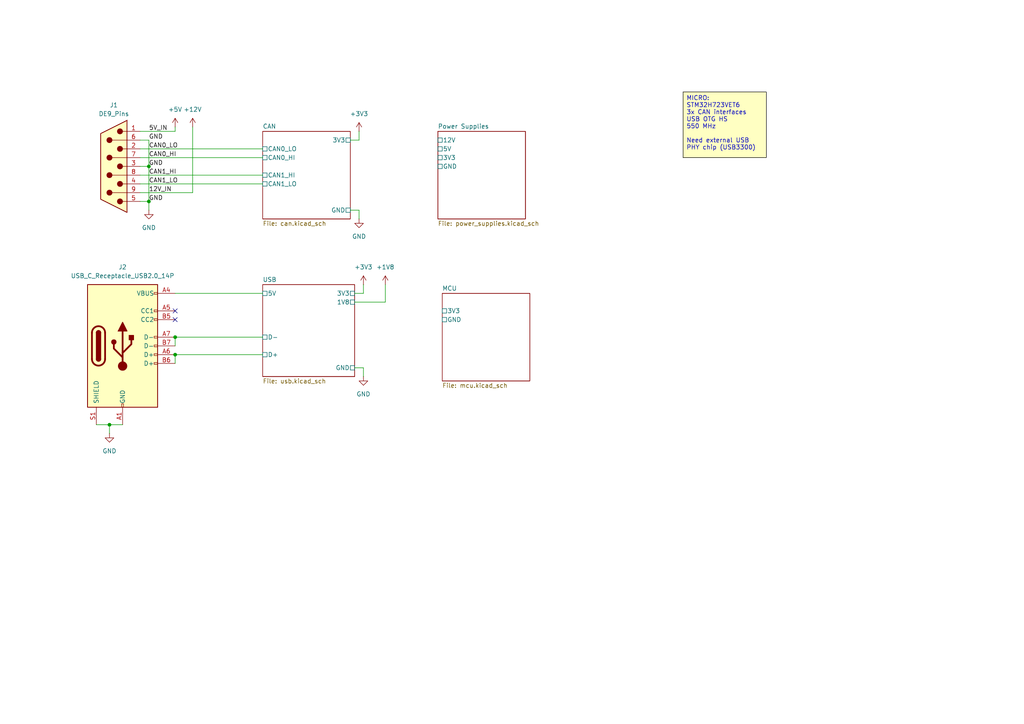
<source format=kicad_sch>
(kicad_sch (version 20250114) (generator "eeschema") (generator_version "9.0")
  (paper "A4")
  (lib_symbols
    (symbol "Connector:DE9_Pins" (pin_names (offset 1.016) (hide yes))
      (property "Reference" "J" (at 0 13.97 0))
      (property "Value" "DE9_Pins" (at 0 -14.605 0))
      (symbol "DE9_Pins_0_1"
        (polyline (pts (xy -3.81 10.16) (xy -2.54 10.16)))
        (polyline (pts (xy -3.81 7.62) (xy 0.508 7.62)))
        (polyline (pts (xy -3.81 5.08) (xy -2.54 5.08)))
        (polyline (pts (xy -3.81 2.54) (xy 0.508 2.54)))
        (polyline (pts (xy -3.81 0) (xy -2.54 0)))
        (polyline (pts (xy -3.81 -2.54) (xy 0.508 -2.54)))
        (polyline (pts (xy -3.81 -5.08) (xy -2.54 -5.08)))
        (polyline (pts (xy -3.81 -7.62) (xy 0.508 -7.62)))
        (polyline (pts (xy -3.81 -10.16) (xy -2.54 -10.16)))
        (polyline (pts (xy -3.81 -13.335) (xy -3.81 13.335) (xy 3.81 9.525) (xy 3.81 -9.525) (xy -3.81 -13.335)) (stroke (width 0.254)) (fill (type background)))
        (circle (center -1.778 10.16) (radius 0.762) (fill (type outline)))
        (circle (center -1.778 5.08) (radius 0.762) (fill (type outline)))
        (circle (center -1.778 0) (radius 0.762) (fill (type outline)))
        (circle (center -1.778 -5.08) (radius 0.762) (fill (type outline)))
        (circle (center -1.778 -10.16) (radius 0.762) (fill (type outline)))
        (circle (center 1.27 7.62) (radius 0.762) (fill (type outline)))
        (circle (center 1.27 2.54) (radius 0.762) (fill (type outline)))
        (circle (center 1.27 -2.54) (radius 0.762) (fill (type outline)))
        (circle (center 1.27 -7.62) (radius 0.762) (fill (type outline)))
      )
      (symbol "DE9_Pins_1_1"
        (pin passive line (at -7.62 10.16 0) (length 3.81) (name "5") (number "5"))
        (pin passive line (at -7.62 7.62 0) (length 3.81) (name "9") (number "9"))
        (pin passive line (at -7.62 5.08 0) (length 3.81) (name "4") (number "4"))
        (pin passive line (at -7.62 2.54 0) (length 3.81) (name "8") (number "8"))
        (pin passive line (at -7.62 0 0) (length 3.81) (name "3") (number "3"))
        (pin passive line (at -7.62 -2.54 0) (length 3.81) (name "7") (number "7"))
        (pin passive line (at -7.62 -5.08 0) (length 3.81) (name "2") (number "2"))
        (pin passive line (at -7.62 -7.62 0) (length 3.81) (name "6") (number "6"))
        (pin passive line (at -7.62 -10.16 0) (length 3.81) (name "1") (number "1"))
      )
    )
    (symbol "Connector:USB_C_Receptacle_USB2.0_14P" (pin_names (offset 1.016))
      (property "Reference" "J" (at 0 22.225 0))
      (property "Value" "USB_C_Receptacle_USB2.0_14P" (at 0 19.685 0))
      (symbol "USB_C_Receptacle_USB2.0_14P_0_0"
        (rectangle (start -0.254 -17.78) (end 0.254 -16.764))
        (rectangle (start 10.16 15.494) (end 9.144 14.986))
        (rectangle (start 10.16 10.414) (end 9.144 9.906))
        (rectangle (start 10.16 7.874) (end 9.144 7.366))
        (rectangle (start 10.16 2.794) (end 9.144 2.286))
        (rectangle (start 10.16 0.254) (end 9.144 -0.254))
        (rectangle (start 10.16 -2.286) (end 9.144 -2.794))
        (rectangle (start 10.16 -4.826) (end 9.144 -5.334))
      )
      (symbol "USB_C_Receptacle_USB2.0_14P_0_1"
        (rectangle (start -10.16 17.78) (end 10.16 -17.78) (stroke (width 0.254)) (fill (type background)))
        (polyline (pts (xy -8.89 -3.81) (xy -8.89 3.81)) (stroke (width 0.508)))
        (rectangle (start -7.62 -3.81) (end -6.35 3.81) (stroke (width 0.254)) (fill (type outline)))
        (arc (start -7.62 3.81) (mid -6.985 4.4423) (end -6.35 3.81) (stroke (width 0.254)))
        (arc (start -7.62 3.81) (mid -6.985 4.4423) (end -6.35 3.81) (stroke (width 0.254)) (fill (type outline)))
        (arc (start -8.89 3.81) (mid -6.985 5.7067) (end -5.08 3.81) (stroke (width 0.508)))
        (arc (start -5.08 -3.81) (mid -6.985 -5.7067) (end -8.89 -3.81) (stroke (width 0.508)))
        (arc (start -6.35 -3.81) (mid -6.985 -4.4423) (end -7.62 -3.81) (stroke (width 0.254)))
        (arc (start -6.35 -3.81) (mid -6.985 -4.4423) (end -7.62 -3.81) (stroke (width 0.254)) (fill (type outline)))
        (polyline (pts (xy -5.08 3.81) (xy -5.08 -3.81)) (stroke (width 0.508)))
        (circle (center -2.54 1.143) (radius 0.635) (stroke (width 0.254)) (fill (type outline)))
        (polyline (pts (xy -1.27 4.318) (xy 0 6.858) (xy 1.27 4.318) (xy -1.27 4.318)) (stroke (width 0.254)) (fill (type outline)))
        (polyline (pts (xy 0 -2.032) (xy 2.54 0.508) (xy 2.54 1.778)) (stroke (width 0.508)))
        (polyline (pts (xy 0 -3.302) (xy -2.54 -0.762) (xy -2.54 0.508)) (stroke (width 0.508)))
        (polyline (pts (xy 0 -5.842) (xy 0 4.318)) (stroke (width 0.508)))
        (circle (center 0 -5.842) (radius 1.27) (fill (type outline)))
        (rectangle (start 1.905 1.778) (end 3.175 3.048) (stroke (width 0.254)) (fill (type outline)))
      )
      (symbol "USB_C_Receptacle_USB2.0_14P_1_1"
        (pin passive line (at -7.62 -22.86 90) (length 5.08) (name "SHIELD") (number "S1"))
        (pin passive line (at 0 -22.86 90) (length 5.08) (name "GND") (number "A1"))
        (pin passive line (at 0 -22.86 90) (length 5.08) (hide yes) (name "GND") (number "A12"))
        (pin passive line (at 0 -22.86 90) (length 5.08) (hide yes) (name "GND") (number "B1"))
        (pin passive line (at 0 -22.86 90) (length 5.08) (hide yes) (name "GND") (number "B12"))
        (pin passive line (at 15.24 15.24 180) (length 5.08) (name "VBUS") (number "A4"))
        (pin passive line (at 15.24 15.24 180) (length 5.08) (hide yes) (name "VBUS") (number "A9"))
        (pin passive line (at 15.24 15.24 180) (length 5.08) (hide yes) (name "VBUS") (number "B4"))
        (pin passive line (at 15.24 15.24 180) (length 5.08) (hide yes) (name "VBUS") (number "B9"))
        (pin bidirectional line (at 15.24 10.16 180) (length 5.08) (name "CC1") (number "A5"))
        (pin bidirectional line (at 15.24 7.62 180) (length 5.08) (name "CC2") (number "B5"))
        (pin bidirectional line (at 15.24 2.54 180) (length 5.08) (name "D-") (number "A7"))
        (pin bidirectional line (at 15.24 0 180) (length 5.08) (name "D-") (number "B7"))
        (pin bidirectional line (at 15.24 -2.54 180) (length 5.08) (name "D+") (number "A6"))
        (pin bidirectional line (at 15.24 -5.08 180) (length 5.08) (name "D+") (number "B6"))
      )
    )
    (symbol "power:+12V" (power) (pin_numbers (hide yes)) (pin_names (offset 0) (hide yes))
      (property "Value" "+12V" (at 0 3.556 0))
      (symbol "+12V_0_1"
        (polyline (pts (xy -0.762 1.27) (xy 0 2.54)))
        (polyline (pts (xy 0 2.54) (xy 0.762 1.27)))
        (polyline (pts (xy 0 0) (xy 0 2.54)))
      )
      (symbol "+12V_1_1"
        (pin power_in line (at 0 0 90) (length 0) (name "~") (number "1"))
      )
    )
    (symbol "power:+1V8" (power) (pin_numbers (hide yes)) (pin_names (offset 0) (hide yes))
      (property "Value" "+1V8" (at 0 3.556 0))
      (symbol "+1V8_0_1"
        (polyline (pts (xy -0.762 1.27) (xy 0 2.54)))
        (polyline (pts (xy 0 2.54) (xy 0.762 1.27)))
        (polyline (pts (xy 0 0) (xy 0 2.54)))
      )
      (symbol "+1V8_1_1"
        (pin power_in line (at 0 0 90) (length 0) (name "~") (number "1"))
      )
    )
    (symbol "power:+3V3" (power) (pin_numbers (hide yes)) (pin_names (offset 0) (hide yes))
      (property "Value" "+3V3" (at 0 3.556 0))
      (symbol "+3V3_0_1"
        (polyline (pts (xy -0.762 1.27) (xy 0 2.54)))
        (polyline (pts (xy 0 2.54) (xy 0.762 1.27)))
        (polyline (pts (xy 0 0) (xy 0 2.54)))
      )
      (symbol "+3V3_1_1"
        (pin power_in line (at 0 0 90) (length 0) (name "~") (number "1"))
      )
    )
    (symbol "power:+5V" (power) (pin_numbers (hide yes)) (pin_names (offset 0) (hide yes))
      (property "Value" "+5V" (at 0 3.556 0))
      (symbol "+5V_0_1"
        (polyline (pts (xy -0.762 1.27) (xy 0 2.54)))
        (polyline (pts (xy 0 2.54) (xy 0.762 1.27)))
        (polyline (pts (xy 0 0) (xy 0 2.54)))
      )
      (symbol "+5V_1_1"
        (pin power_in line (at 0 0 90) (length 0) (name "~") (number "1"))
      )
    )
    (symbol "power:GND" (power) (pin_numbers (hide yes)) (pin_names (offset 0) (hide yes))
      (property "Value" "GND" (at 0 -3.81 0))
      (symbol "GND_0_1"
        (polyline (pts (xy 0 0) (xy 0 -1.27) (xy 1.27 -1.27) (xy 0 -2.54) (xy -1.27 -1.27) (xy 0 -1.27)))
      )
      (symbol "GND_1_1"
        (pin power_in line (at 0 0 270) (length 0) (name "~") (number "1"))
      )
    )
  )
  (text_box "MICRO:\nSTM32H723VET6\n3x CAN interfaces\nUSB OTG HS\n550 MHz\n\nNeed external USB PHY chip (USB3300)" (at 198.12 26.67 0) (size 24.13 19.05) (margins 0.9525 0.9525 0.9525 0.9525) (stroke (width 0) (color 0 0 0 1)) (fill (type color) (color 255 255 194 1)) (effects (font (size 1.27 1.27)) (justify left top)))
  (junction (at 43.18 48.26))
  (junction (at 50.8 97.79))
  (junction (at 31.75 123.19))
  (junction (at 43.18 58.42))
  (junction (at 50.8 102.87))
  (no_connect (at 50.8 92.71))
  (no_connect (at 50.8 90.17))
  (wire (pts (xy 50.8 102.87) (xy 76.2 102.87)))
  (wire (pts (xy 111.76 87.63) (xy 111.76 82.55)))
  (wire (pts (xy 40.64 43.18) (xy 76.2 43.18)))
  (wire (pts (xy 40.64 45.72) (xy 76.2 45.72)))
  (wire (pts (xy 105.41 106.68) (xy 102.87 106.68)))
  (wire (pts (xy 40.64 50.8) (xy 76.2 50.8)))
  (wire (pts (xy 55.88 55.88) (xy 55.88 36.83)))
  (wire (pts (xy 50.8 102.87) (xy 50.8 105.41)))
  (wire (pts (xy 105.41 82.55) (xy 105.41 85.09)))
  (wire (pts (xy 43.18 48.26) (xy 43.18 58.42)))
  (wire (pts (xy 104.14 40.64) (xy 104.14 38.1)))
  (wire (pts (xy 111.76 87.63) (xy 102.87 87.63)))
  (wire (pts (xy 43.18 40.64) (xy 43.18 48.26)))
  (wire (pts (xy 40.64 55.88) (xy 55.88 55.88)))
  (wire (pts (xy 101.6 60.96) (xy 104.14 60.96)))
  (wire (pts (xy 40.64 53.34) (xy 76.2 53.34)))
  (wire (pts (xy 105.41 109.22) (xy 105.41 106.68)))
  (wire (pts (xy 40.64 40.64) (xy 43.18 40.64)))
  (wire (pts (xy 104.14 60.96) (xy 104.14 63.5)))
  (wire (pts (xy 50.8 97.79) (xy 50.8 100.33)))
  (wire (pts (xy 50.8 97.79) (xy 76.2 97.79)))
  (wire (pts (xy 40.64 58.42) (xy 43.18 58.42)))
  (wire (pts (xy 40.64 48.26) (xy 43.18 48.26)))
  (wire (pts (xy 43.18 60.96) (xy 43.18 58.42)))
  (wire (pts (xy 31.75 123.19) (xy 35.56 123.19)))
  (wire (pts (xy 27.94 123.19) (xy 31.75 123.19)))
  (wire (pts (xy 40.64 38.1) (xy 50.8 38.1)))
  (wire (pts (xy 50.8 85.09) (xy 76.2 85.09)))
  (wire (pts (xy 50.8 36.83) (xy 50.8 38.1)))
  (wire (pts (xy 31.75 123.19) (xy 31.75 125.73)))
  (wire (pts (xy 105.41 85.09) (xy 102.87 85.09)))
  (wire (pts (xy 101.6 40.64) (xy 104.14 40.64)))
  (label "12V_IN" (at 43.18 55.88 0))
  (label "CAN0_LO" (at 43.18 43.18 0))
  (label "CAN1_HI" (at 43.18 50.8 0))
  (label "5V_IN" (at 43.18 38.1 0))
  (label "GND" (at 43.18 48.26 0))
  (label "GND" (at 43.18 58.42 0))
  (label "CAN0_HI" (at 43.18 45.72 0))
  (label "CAN1_LO" (at 43.18 53.34 0))
  (label "GND" (at 43.18 40.64 0))
  (symbol (lib_id "power:+1V8") (at 111.76 82.55 0) (unit 1)
    (property "Reference" "#PWR09" (effects (hide yes)))
    (property "Value" "+1V8" (at 111.76 77.47 0))
    (property "Description" "Power symbol creates a global label with name \"+1V8\"" (effects (hide yes)))
  )
  (symbol (lib_id "power:+12V") (at 55.88 36.83 0) (unit 1)
    (property "Reference" "#PWR03" (effects (hide yes)))
    (property "Value" "+12V" (at 55.88 31.75 0))
    (property "Description" "Power symbol creates a global label with name \"+12V\"" (effects (hide yes)))
  )
  (symbol (lib_id "power:+3V3") (at 105.41 82.55 0) (unit 1)
    (property "Reference" "#PWR010" (effects (hide yes)))
    (property "Value" "+3V3" (at 105.41 77.47 0))
    (property "Description" "Power symbol creates a global label with name \"+3V3\"" (effects (hide yes)))
  )
  (symbol (lib_id "Connector:USB_C_Receptacle_USB2.0_14P") (at 35.56 100.33 0) (unit 1)
    (property "Reference" "J2" (at 35.56 77.47 0))
    (property "Value" "USB_C_Receptacle_USB2.0_14P" (at 35.56 80.01 0))
    (property "Footprint" "Connector_USB:USB_C_Receptacle_GCT_USB4110" (effects (hide yes)))
    (property "Datasheet" "https://www.usb.org/sites/default/files/documents/usb_type-c.zip" (effects (hide yes)))
    (property "Description" "USB 2.0-only 14P Type-C Receptacle connector" (effects (hide yes)))
  )
  (symbol (lib_id "power:GND") (at 31.75 125.73 0) (unit 1)
    (property "Reference" "#PWR04" (effects (hide yes)))
    (property "Value" "GND" (at 31.75 130.81 0))
    (property "Description" "Power symbol creates a global label with name \"GND\" , ground" (effects (hide yes)))
  )
  (symbol (lib_id "power:GND") (at 104.14 63.5 0) (unit 1)
    (property "Reference" "#PWR06" (effects (hide yes)))
    (property "Value" "GND" (at 104.14 68.58 0))
    (property "Description" "Power symbol creates a global label with name \"GND\" , ground" (effects (hide yes)))
  )
  (symbol (lib_id "power:+3V3") (at 104.14 38.1 0) (unit 1)
    (property "Reference" "#PWR011" (effects (hide yes)))
    (property "Value" "+3V3" (at 104.14 33.02 0))
    (property "Description" "Power symbol creates a global label with name \"+3V3\"" (effects (hide yes)))
  )
  (symbol (lib_id "power:GND") (at 105.41 109.22 0) (unit 1)
    (property "Reference" "#PWR05" (effects (hide yes)))
    (property "Value" "GND" (at 105.41 114.3 0))
    (property "Description" "Power symbol creates a global label with name \"GND\" , ground" (effects (hide yes)))
  )
  (symbol (lib_id "power:+5V") (at 50.8 36.83 0) (unit 1)
    (property "Reference" "#PWR02" (effects (hide yes)))
    (property "Value" "+5V" (at 50.8 31.75 0))
    (property "Description" "Power symbol creates a global label with name \"+5V\"" (effects (hide yes)))
  )
  (symbol (lib_id "power:GND") (at 43.18 60.96 0) (unit 1)
    (property "Reference" "#PWR01" (effects (hide yes)))
    (property "Value" "GND" (at 43.18 66.04 0))
    (property "Description" "Power symbol creates a global label with name \"GND\" , ground" (effects (hide yes)))
  )
  (symbol (lib_id "Connector:DE9_Pins") (at 33.02 48.26 180) (unit 1)
    (property "Reference" "J1" (at 33.02 30.48 0))
    (property "Value" "DE9_Pins" (at 33.02 33.02 0))
    (property "Footprint" "Connector_Dsub:DSUB-9_Pins_Horizontal_P2.77x2.84mm_EdgePinOffset9.90mm_Housed_MountingHolesOffset11.32mm" (effects (hide yes)))
    (property "Description" "9-pin D-SUB connector, pins (male)" (effects (hide yes)))
  )
  (sheet (at 76.2 38.1) (size 25.4 25.4) (stroke (width 0.1524))
    (property "Sheetname" "CAN" (at 76.2 37.3884 0) (effects (justify left bottom)))
    (property "Sheetfile" "can.kicad_sch" (at 76.2 64.0846 0) (effects (justify left top)))
    (pin "CAN0_LO" passive (at 76.2 43.18 180))
    (pin "CAN1_HI" passive (at 76.2 50.8 180))
    (pin "CAN1_LO" passive (at 76.2 53.34 180))
    (pin "3V3" passive (at 101.6 40.64 0))
    (pin "GND" passive (at 101.6 60.96 0))
    (pin "CAN0_HI" passive (at 76.2 45.72 180))
  )
  (sheet (at 128.27 85.09) (size 25.4 25.4) (stroke (width 0.1524))
    (property "Sheetname" "MCU" (at 128.27 84.3784 0) (effects (justify left bottom)))
    (property "Sheetfile" "mcu.kicad_sch" (at 128.27 111.0746 0) (effects (justify left top)))
    (pin "3V3" passive (at 128.27 90.17 180))
    (pin "GND" passive (at 128.27 92.71 180))
  )
  (sheet (at 76.2 82.55) (size 26.67 26.67) (stroke (width 0.1524))
    (property "Sheetname" "USB" (at 76.2 81.8384 0) (effects (justify left bottom)))
    (property "Sheetfile" "usb.kicad_sch" (at 76.2 109.8046 0) (effects (justify left top)))
    (pin "3V3" passive (at 102.87 85.09 0))
    (pin "D+" passive (at 76.2 102.87 180))
    (pin "D-" passive (at 76.2 97.79 180))
    (pin "GND" passive (at 102.87 106.68 0))
    (pin "1V8" passive (at 102.87 87.63 0))
    (pin "5V" passive (at 76.2 85.09 180))
  )
  (sheet (at 127 38.1) (size 25.4 25.4) (stroke (width 0.1524))
    (property "Sheetname" "Power Supplies" (at 127 37.3884 0) (effects (justify left bottom)))
    (property "Sheetfile" "power_supplies.kicad_sch" (at 127 64.0846 0) (effects (justify left top)))
    (pin "12V" passive (at 127 40.64 180))
    (pin "5V" passive (at 127 43.18 180))
    (pin "3V3" passive (at 127 45.72 180))
    (pin "GND" passive (at 127 48.26 180))
  )
)
</source>
